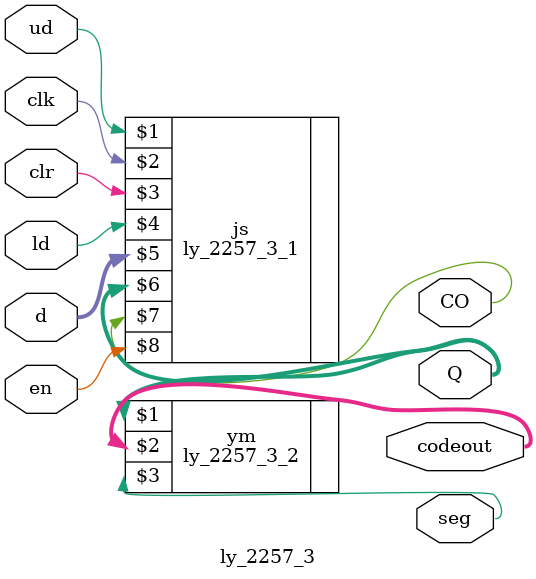
<source format=v>
module ly_2257_3(ud,clk,clr,ld,d,Q,CO,codeout,seg,en);
	input ud,clk,clr,ld,en;//ud加/减信号，clk时钟信号，clr清零信号，ld置数信号,en使能信号
	input [3:0] d;//置数输入
	output [3:0] Q;//十进制计数器输出
	output [6:0] codeout;//译码器输出
	output CO;//进位信号
	output seg;
	ly_2257_3_1 js(ud,clk,clr,ld,d,Q,CO,en);
	ly_2257_3_2 ym(Q,codeout,seg);
endmodule
</source>
